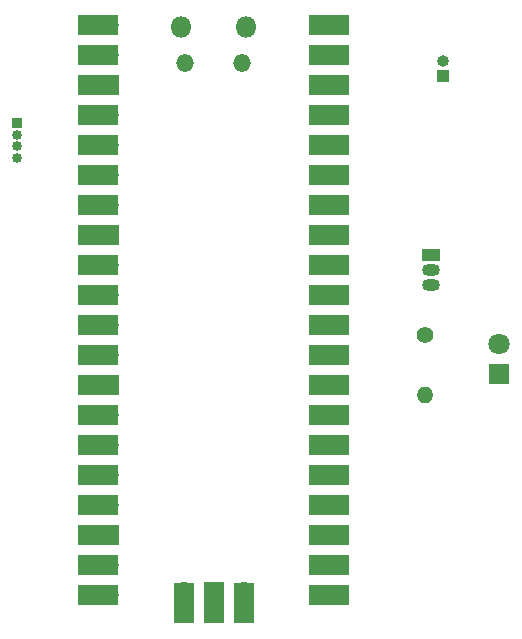
<source format=gbr>
%TF.GenerationSoftware,KiCad,Pcbnew,8.0.1*%
%TF.CreationDate,2024-03-30T13:38:22-03:00*%
%TF.ProjectId,Ponderada,506f6e64-6572-4616-9461-2e6b69636164,rev?*%
%TF.SameCoordinates,Original*%
%TF.FileFunction,Soldermask,Top*%
%TF.FilePolarity,Negative*%
%FSLAX46Y46*%
G04 Gerber Fmt 4.6, Leading zero omitted, Abs format (unit mm)*
G04 Created by KiCad (PCBNEW 8.0.1) date 2024-03-30 13:38:22*
%MOMM*%
%LPD*%
G01*
G04 APERTURE LIST*
%ADD10R,1.700000X3.500000*%
%ADD11O,1.700000X1.700000*%
%ADD12R,1.700000X1.700000*%
%ADD13R,3.500000X1.700000*%
%ADD14O,1.800000X1.800000*%
%ADD15O,1.500000X1.500000*%
%ADD16C,1.400000*%
%ADD17O,1.400000X1.400000*%
%ADD18R,1.500000X1.050000*%
%ADD19O,1.500000X1.050000*%
%ADD20R,0.850000X0.850000*%
%ADD21O,0.850000X0.850000*%
%ADD22R,1.000000X1.000000*%
%ADD23O,1.000000X1.000000*%
%ADD24R,1.800000X1.800000*%
%ADD25C,1.800000*%
G04 APERTURE END LIST*
D10*
%TO.C,U1*%
X97650000Y-102170000D03*
D11*
X97650000Y-101270000D03*
D10*
X95110000Y-102170000D03*
D12*
X95110000Y-101270000D03*
D10*
X92570000Y-102170000D03*
D11*
X92570000Y-101270000D03*
D13*
X104900000Y-53240000D03*
D11*
X104000000Y-53240000D03*
D13*
X104900000Y-55780000D03*
D11*
X104000000Y-55780000D03*
D13*
X104900000Y-58320000D03*
D12*
X104000000Y-58320000D03*
D13*
X104900000Y-60860000D03*
D11*
X104000000Y-60860000D03*
D13*
X104900000Y-63400000D03*
D11*
X104000000Y-63400000D03*
D13*
X104900000Y-65940000D03*
D11*
X104000000Y-65940000D03*
D13*
X104900000Y-68480000D03*
D11*
X104000000Y-68480000D03*
D13*
X104900000Y-71020000D03*
D12*
X104000000Y-71020000D03*
D13*
X104900000Y-73560000D03*
D11*
X104000000Y-73560000D03*
D13*
X104900000Y-76100000D03*
D11*
X104000000Y-76100000D03*
D13*
X104900000Y-78640000D03*
D11*
X104000000Y-78640000D03*
D13*
X104900000Y-81180000D03*
D11*
X104000000Y-81180000D03*
D13*
X104900000Y-83720000D03*
D12*
X104000000Y-83720000D03*
D13*
X104900000Y-86260000D03*
D11*
X104000000Y-86260000D03*
D13*
X104900000Y-88800000D03*
D11*
X104000000Y-88800000D03*
D13*
X104900000Y-91340000D03*
D11*
X104000000Y-91340000D03*
D13*
X104900000Y-93880000D03*
D11*
X104000000Y-93880000D03*
D13*
X104900000Y-96420000D03*
D12*
X104000000Y-96420000D03*
D13*
X104900000Y-98960000D03*
D11*
X104000000Y-98960000D03*
D13*
X104900000Y-101500000D03*
D11*
X104000000Y-101500000D03*
D13*
X85320000Y-101500000D03*
D11*
X86220000Y-101500000D03*
D13*
X85320000Y-98960000D03*
D11*
X86220000Y-98960000D03*
D13*
X85320000Y-96420000D03*
D12*
X86220000Y-96420000D03*
D13*
X85320000Y-93880000D03*
D11*
X86220000Y-93880000D03*
D13*
X85320000Y-91340000D03*
D11*
X86220000Y-91340000D03*
D13*
X85320000Y-88800000D03*
D11*
X86220000Y-88800000D03*
D13*
X85320000Y-86260000D03*
D11*
X86220000Y-86260000D03*
D13*
X85320000Y-83720000D03*
D12*
X86220000Y-83720000D03*
D13*
X85320000Y-81180000D03*
D11*
X86220000Y-81180000D03*
D13*
X85320000Y-78640000D03*
D11*
X86220000Y-78640000D03*
D13*
X85320000Y-76100000D03*
D11*
X86220000Y-76100000D03*
D13*
X85320000Y-73560000D03*
D11*
X86220000Y-73560000D03*
D13*
X85320000Y-71020000D03*
D12*
X86220000Y-71020000D03*
D13*
X85320000Y-68480000D03*
D11*
X86220000Y-68480000D03*
D13*
X85320000Y-65940000D03*
D11*
X86220000Y-65940000D03*
D13*
X85320000Y-63400000D03*
D11*
X86220000Y-63400000D03*
D13*
X85320000Y-60860000D03*
D11*
X86220000Y-60860000D03*
D13*
X85320000Y-58320000D03*
D12*
X86220000Y-58320000D03*
D13*
X85320000Y-55780000D03*
D11*
X86220000Y-55780000D03*
D13*
X85320000Y-53240000D03*
D11*
X86220000Y-53240000D03*
D14*
X97835000Y-53370000D03*
D15*
X97535000Y-56400000D03*
X92685000Y-56400000D03*
D14*
X92385000Y-53370000D03*
%TD*%
D16*
%TO.C,R1*%
X113000000Y-79460000D03*
D17*
X113000000Y-84540000D03*
%TD*%
D18*
%TO.C,Q1*%
X113500000Y-72730000D03*
D19*
X113500000Y-74000000D03*
X113500000Y-75270000D03*
%TD*%
D20*
%TO.C,J3*%
X78500000Y-61500000D03*
D21*
X78500000Y-62500000D03*
X78500000Y-63500000D03*
X78500000Y-64500000D03*
%TD*%
D22*
%TO.C,J2*%
X114500000Y-57500000D03*
D23*
X114500000Y-56230000D03*
%TD*%
D24*
%TO.C,D1*%
X119265000Y-82770000D03*
D25*
X119265000Y-80230000D03*
%TD*%
M02*

</source>
